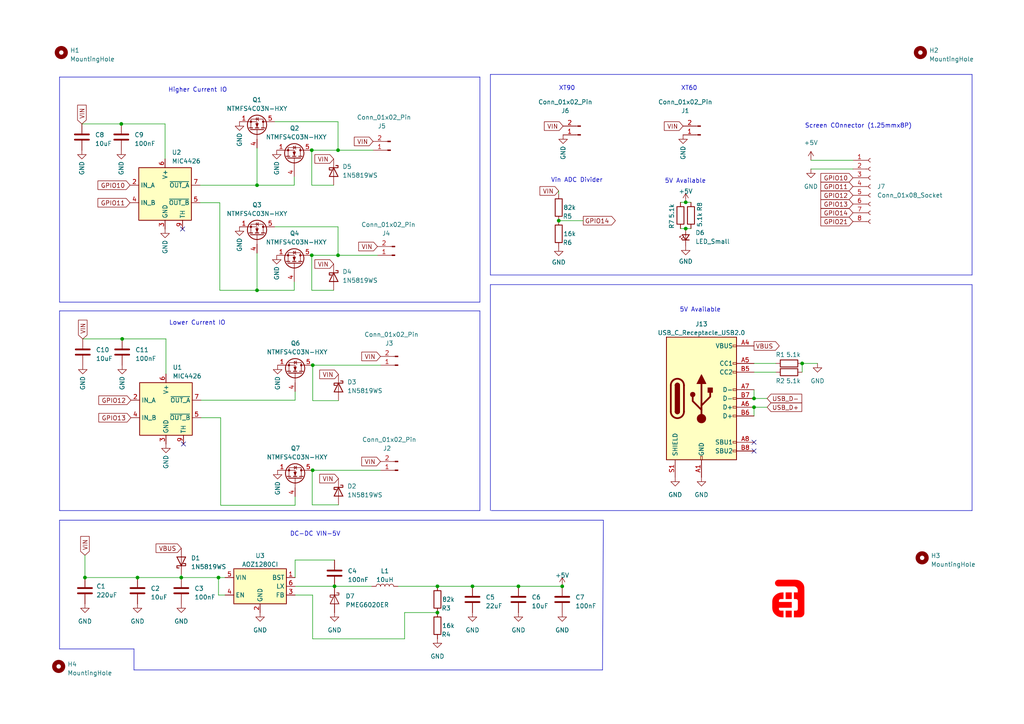
<source format=kicad_sch>
(kicad_sch (version 20230121) (generator eeschema)
  (paper "A4")
  (title_block (title "Rear-IO:Basic") (date "2023-08-19") (rev "0") (company "Ace's Electronics"))
  (lib_symbols
    (symbol "Connector:Conn_01x02_Pin" (pin_names (offset 1.016) hide)
      (property "Reference" "J" (at 0 2.54 0))
      (property "Value" "Conn_01x02_Pin" (at 0 -5.08 0))
      (symbol "Conn_01x02_Pin_1_1"
        (polyline (pts (xy 1.27 -2.54) (xy 0.8636 -2.54)) (stroke (width 0.1524)))
        (polyline (pts (xy 1.27 0) (xy 0.8636 0)) (stroke (width 0.1524)))
        (rectangle (start 0.8636 -2.413) (end 0 -2.667) (stroke (width 0.1524)) (fill (type outline)))
        (rectangle (start 0.8636 0.127) (end 0 -0.127) (stroke (width 0.1524)) (fill (type outline)))
        (pin passive line (at 5.08 0 180) (length 3.81) (name "Pin_1") (number "1"))
        (pin passive line (at 5.08 -2.54 180) (length 3.81) (name "Pin_2") (number "2"))
      )
    )
    (symbol "Connector:Conn_01x08_Socket" (pin_names (offset 1.016) hide)
      (property "Reference" "J" (at 0 10.16 0))
      (property "Value" "Conn_01x08_Socket" (at 0 -12.7 0))
      (symbol "Conn_01x08_Socket_1_1"
        (arc (start 0 -9.652) (mid -0.5058 -10.16) (end 0 -10.668) (stroke (width 0.1524)))
        (arc (start 0 -7.112) (mid -0.5058 -7.62) (end 0 -8.128) (stroke (width 0.1524)))
        (arc (start 0 -4.572) (mid -0.5058 -5.08) (end 0 -5.588) (stroke (width 0.1524)))
        (arc (start 0 -2.032) (mid -0.5058 -2.54) (end 0 -3.048) (stroke (width 0.1524)))
        (polyline (pts (xy -1.27 -10.16) (xy -0.508 -10.16)) (stroke (width 0.1524)))
        (polyline (pts (xy -1.27 -7.62) (xy -0.508 -7.62)) (stroke (width 0.1524)))
        (polyline (pts (xy -1.27 -5.08) (xy -0.508 -5.08)) (stroke (width 0.1524)))
        (polyline (pts (xy -1.27 -2.54) (xy -0.508 -2.54)) (stroke (width 0.1524)))
        (polyline (pts (xy -1.27 0) (xy -0.508 0)) (stroke (width 0.1524)))
        (polyline (pts (xy -1.27 2.54) (xy -0.508 2.54)) (stroke (width 0.1524)))
        (polyline (pts (xy -1.27 5.08) (xy -0.508 5.08)) (stroke (width 0.1524)))
        (polyline (pts (xy -1.27 7.62) (xy -0.508 7.62)) (stroke (width 0.1524)))
        (arc (start 0 0.508) (mid -0.5058 0) (end 0 -0.508) (stroke (width 0.1524)))
        (arc (start 0 3.048) (mid -0.5058 2.54) (end 0 2.032) (stroke (width 0.1524)))
        (arc (start 0 5.588) (mid -0.5058 5.08) (end 0 4.572) (stroke (width 0.1524)))
        (arc (start 0 8.128) (mid -0.5058 7.62) (end 0 7.112) (stroke (width 0.1524)))
        (pin passive line (at -5.08 7.62 0) (length 3.81) (name "Pin_1") (number "1"))
        (pin passive line (at -5.08 5.08 0) (length 3.81) (name "Pin_2") (number "2"))
        (pin passive line (at -5.08 2.54 0) (length 3.81) (name "Pin_3") (number "3"))
        (pin passive line (at -5.08 0 0) (length 3.81) (name "Pin_4") (number "4"))
        (pin passive line (at -5.08 -2.54 0) (length 3.81) (name "Pin_5") (number "5"))
        (pin passive line (at -5.08 -5.08 0) (length 3.81) (name "Pin_6") (number "6"))
        (pin passive line (at -5.08 -7.62 0) (length 3.81) (name "Pin_7") (number "7"))
        (pin passive line (at -5.08 -10.16 0) (length 3.81) (name "Pin_8") (number "8"))
      )
    )
    (symbol "Connector:USB_C_Receptacle_USB2.0" (pin_names (offset 1.016))
      (property "Reference" "J" (at -10.16 19.05 0))
      (property "Value" "USB_C_Receptacle_USB2.0" (at 19.05 19.05 0))
      (symbol "USB_C_Receptacle_USB2.0_0_0"
        (rectangle (start -0.254 -17.78) (end 0.254 -16.764))
        (rectangle (start 10.16 -14.986) (end 9.144 -15.494))
        (rectangle (start 10.16 -12.446) (end 9.144 -12.954))
        (rectangle (start 10.16 -4.826) (end 9.144 -5.334))
        (rectangle (start 10.16 -2.286) (end 9.144 -2.794))
        (rectangle (start 10.16 0.254) (end 9.144 -0.254))
        (rectangle (start 10.16 2.794) (end 9.144 2.286))
        (rectangle (start 10.16 7.874) (end 9.144 7.366))
        (rectangle (start 10.16 10.414) (end 9.144 9.906))
        (rectangle (start 10.16 15.494) (end 9.144 14.986))
      )
      (symbol "USB_C_Receptacle_USB2.0_0_1"
        (rectangle (start -10.16 17.78) (end 10.16 -17.78) (stroke (width 0.254)) (fill (type background)))
        (arc (start -8.89 -3.81) (mid -6.985 -5.7067) (end -5.08 -3.81) (stroke (width 0.508)))
        (arc (start -7.62 -3.81) (mid -6.985 -4.4423) (end -6.35 -3.81) (stroke (width 0.254)))
        (arc (start -7.62 -3.81) (mid -6.985 -4.4423) (end -6.35 -3.81) (stroke (width 0.254)) (fill (type outline)))
        (rectangle (start -7.62 -3.81) (end -6.35 3.81) (stroke (width 0.254)) (fill (type outline)))
        (arc (start -6.35 3.81) (mid -6.985 4.4423) (end -7.62 3.81) (stroke (width 0.254)))
        (arc (start -6.35 3.81) (mid -6.985 4.4423) (end -7.62 3.81) (stroke (width 0.254)) (fill (type outline)))
        (arc (start -5.08 3.81) (mid -6.985 5.7067) (end -8.89 3.81) (stroke (width 0.508)))
        (circle (center -2.54 1.143) (radius 0.635) (stroke (width 0.254)) (fill (type outline)))
        (circle (center 0 -5.842) (radius 1.27) (fill (type outline)))
        (polyline (pts (xy -8.89 -3.81) (xy -8.89 3.81)) (stroke (width 0.508)))
        (polyline (pts (xy -5.08 3.81) (xy -5.08 -3.81)) (stroke (width 0.508)))
        (polyline (pts (xy 0 -5.842) (xy 0 4.318)) (stroke (width 0.508)))
        (polyline (pts (xy 0 -3.302) (xy -2.54 -0.762) (xy -2.54 0.508)) (stroke (width 0.508)))
        (polyline (pts (xy 0 -2.032) (xy 2.54 0.508) (xy 2.54 1.778)) (stroke (width 0.508)))
        (polyline (pts (xy -1.27 4.318) (xy 0 6.858) (xy 1.27 4.318) (xy -1.27 4.318)) (stroke (width 0.254)) (fill (type outline)))
        (rectangle (start 1.905 1.778) (end 3.175 3.048) (stroke (width 0.254)) (fill (type outline)))
      )
      (symbol "USB_C_Receptacle_USB2.0_1_1"
        (pin passive line (at 0 -22.86 90) (length 5.08) (name "GND") (number "A1"))
        (pin passive line (at 0 -22.86 90) (length 5.08) hide (name "GND") (number "A12"))
        (pin passive line (at 15.24 15.24 180) (length 5.08) (name "VBUS") (number "A4"))
        (pin bidirectional line (at 15.24 10.16 180) (length 5.08) (name "CC1") (number "A5"))
        (pin bidirectional line (at 15.24 -2.54 180) (length 5.08) (name "D+") (number "A6"))
        (pin bidirectional line (at 15.24 2.54 180) (length 5.08) (name "D-") (number "A7"))
        (pin bidirectional line (at 15.24 -12.7 180) (length 5.08) (name "SBU1") (number "A8"))
        (pin passive line (at 15.24 15.24 180) (length 5.08) hide (name "VBUS") (number "A9"))
        (pin passive line (at 0 -22.86 90) (length 5.08) hide (name "GND") (number "B1"))
        (pin passive line (at 0 -22.86 90) (length 5.08) hide (name "GND") (number "B12"))
        (pin passive line (at 15.24 15.24 180) (length 5.08) hide (name "VBUS") (number "B4"))
        (pin bidirectional line (at 15.24 7.62 180) (length 5.08) (name "CC2") (number "B5"))
        (pin bidirectional line (at 15.24 -5.08 180) (length 5.08) (name "D+") (number "B6"))
        (pin bidirectional line (at 15.24 0 180) (length 5.08) (name "D-") (number "B7"))
        (pin bidirectional line (at 15.24 -15.24 180) (length 5.08) (name "SBU2") (number "B8"))
        (pin passive line (at 15.24 15.24 180) (length 5.08) hide (name "VBUS") (number "B9"))
        (pin passive line (at -7.62 -22.86 90) (length 5.08) (name "SHIELD") (number "S1"))
      )
    )
    (symbol "Device:C" (pin_numbers hide) (pin_names (offset 0.254))
      (property "Reference" "C" (at 0.635 2.54 0))
      (property "Value" "C" (at 0.635 -2.54 0))
      (symbol "C_0_1"
        (polyline (pts (xy -2.032 -0.762) (xy 2.032 -0.762)) (stroke (width 0.508)))
        (polyline (pts (xy -2.032 0.762) (xy 2.032 0.762)) (stroke (width 0.508)))
      )
      (symbol "C_1_1"
        (pin passive line (at 0 3.81 270) (length 2.794) (name "~") (number "1"))
        (pin passive line (at 0 -3.81 90) (length 2.794) (name "~") (number "2"))
      )
    )
    (symbol "Device:L" (pin_numbers hide) (pin_names (offset 1.016) hide)
      (property "Reference" "L" (at -1.27 0 90))
      (property "Value" "L" (at 1.905 0 90))
      (symbol "L_0_1"
        (arc (start 0 -2.54) (mid 0.6323 -1.905) (end 0 -1.27))
        (arc (start 0 -1.27) (mid 0.6323 -0.635) (end 0 0))
        (arc (start 0 0) (mid 0.6323 0.635) (end 0 1.27))
        (arc (start 0 1.27) (mid 0.6323 1.905) (end 0 2.54))
      )
      (symbol "L_1_1"
        (pin passive line (at 0 3.81 270) (length 1.27) (name "1") (number "1"))
        (pin passive line (at 0 -3.81 90) (length 1.27) (name "2") (number "2"))
      )
    )
    (symbol "Device:LED_Small" (pin_numbers hide) (pin_names (offset 0.254) hide)
      (property "Reference" "D" (at -1.27 3.175 0))
      (property "Value" "LED_Small" (at -4.445 -2.54 0))
      (symbol "LED_Small_0_1"
        (polyline (pts (xy -0.762 -1.016) (xy -0.762 1.016)) (stroke (width 0.254)))
        (polyline (pts (xy 1.016 0) (xy -0.762 0)))
        (polyline (pts (xy 0.762 -1.016) (xy -0.762 0) (xy 0.762 1.016) (xy 0.762 -1.016)) (stroke (width 0.254)))
        (polyline (pts (xy 0 0.762) (xy -0.508 1.27) (xy -0.254 1.27) (xy -0.508 1.27) (xy -0.508 1.016)))
        (polyline (pts (xy 0.508 1.27) (xy 0 1.778) (xy 0.254 1.778) (xy 0 1.778) (xy 0 1.524)))
      )
      (symbol "LED_Small_1_1"
        (pin passive line (at -2.54 0 0) (length 1.778) (name "K") (number "1"))
        (pin passive line (at 2.54 0 180) (length 1.778) (name "A") (number "2"))
      )
    )
    (symbol "Device:R" (pin_numbers hide) (pin_names (offset 0))
      (property "Reference" "R" (at 2.032 0 90))
      (property "Value" "R" (at 0 0 90))
      (symbol "R_0_1"
        (rectangle (start -1.016 -2.54) (end 1.016 2.54) (stroke (width 0.254)))
      )
      (symbol "R_1_1"
        (pin passive line (at 0 3.81 270) (length 1.27) (name "~") (number "1"))
        (pin passive line (at 0 -3.81 90) (length 1.27) (name "~") (number "2"))
      )
    )
    (symbol "Diode:1N5819WS" (pin_numbers hide) (pin_names (offset 1.016) hide)
      (property "Reference" "D" (at 0 2.54 0))
      (property "Value" "1N5819WS" (at 0 -2.54 0))
      (symbol "1N5819WS_0_1"
        (polyline (pts (xy 1.27 0) (xy -1.27 0)))
        (polyline (pts (xy 1.27 1.27) (xy 1.27 -1.27) (xy -1.27 0) (xy 1.27 1.27)) (stroke (width 0.254)))
        (polyline (pts (xy -1.905 0.635) (xy -1.905 1.27) (xy -1.27 1.27) (xy -1.27 -1.27) (xy -0.635 -1.27) (xy -0.635 -0.635)) (stroke (width 0.254)))
      )
      (symbol "1N5819WS_1_1"
        (pin passive line (at -3.81 0 0) (length 2.54) (name "K") (number "1"))
        (pin passive line (at 3.81 0 180) (length 2.54) (name "A") (number "2"))
      )
    )
    (symbol "Diode:PMEG6020ER" (pin_numbers hide) (pin_names hide)
      (property "Reference" "D" (at 0 2.54 0))
      (property "Value" "PMEG6020ER" (at 0 -2.54 0))
      (symbol "PMEG6020ER_0_1"
        (polyline (pts (xy 1.27 0) (xy -1.27 0)))
        (polyline (pts (xy 1.27 1.27) (xy 1.27 -1.27) (xy -1.27 0) (xy 1.27 1.27)) (stroke (width 0.2032)))
        (polyline (pts (xy -1.905 0.635) (xy -1.905 1.27) (xy -1.27 1.27) (xy -1.27 -1.27) (xy -0.635 -1.27) (xy -0.635 -0.635)) (stroke (width 0.2032)))
      )
      (symbol "PMEG6020ER_1_1"
        (pin passive line (at -3.81 0 0) (length 2.54) (name "K") (number "1"))
        (pin passive line (at 3.81 0 180) (length 2.54) (name "A") (number "2"))
      )
    )
    (symbol "Driver_FET:MIC4426"
      (property "Reference" "U" (at -7.62 8.89 0))
      (property "Value" "MIC4426" (at 1.27 8.89 0))
      (symbol "MIC4426_0_1"
        (rectangle (start -7.62 -7.62) (end 7.62 7.62) (stroke (width 0.254)) (fill (type background)))
      )
      (symbol "MIC4426_1_0"
        (pin output line (at 5.08 -10.16 90) (length 2.54) (name "TH") (number "9"))
      )
      (symbol "MIC4426_1_1"
        (pin no_connect line (at -7.62 0 0) (length 2.54) hide (name "NC") (number "1"))
        (pin input line (at -10.16 2.54 0) (length 2.54) (name "IN_A") (number "2"))
        (pin power_in line (at 0 -10.16 90) (length 2.54) (name "GND") (number "3"))
        (pin input line (at -10.16 -2.54 0) (length 2.54) (name "IN_B") (number "4"))
        (pin output line (at 10.16 -2.54 180) (length 2.54) (name "~{OUT_B}") (number "5"))
        (pin power_in line (at 0 10.16 270) (length 2.54) (name "V+") (number "6"))
        (pin output line (at 10.16 2.54 180) (length 2.54) (name "~{OUT_A}") (number "7"))
        (pin no_connect line (at 7.62 0 180) (length 2.54) hide (name "NC") (number "8"))
      )
    )
    (symbol "MIC4426_1"
      (property "Reference" "U" (at -7.62 8.89 0))
      (property "Value" "MIC4426" (at 1.27 8.89 0))
      (symbol "MIC4426_1_0_1"
        (rectangle (start -7.62 -7.62) (end 7.62 7.62) (stroke (width 0.254)) (fill (type background)))
      )
      (symbol "MIC4426_1_1_0"
        (pin output line (at 5.08 -10.16 90) (length 2.54) (name "TH") (number "9"))
      )
      (symbol "MIC4426_1_1_1"
        (pin no_connect line (at -7.62 0 0) (length 2.54) hide (name "NC") (number "1"))
        (pin input line (at -10.16 2.54 0) (length 2.54) (name "IN_A") (number "2"))
        (pin power_in line (at 0 -10.16 90) (length 2.54) (name "GND") (number "3"))
        (pin input line (at -10.16 -2.54 0) (length 2.54) (name "IN_B") (number "4"))
        (pin output line (at 10.16 -2.54 180) (length 2.54) (name "~{OUT_B}") (number "5"))
        (pin power_in line (at 0 10.16 270) (length 2.54) (name "V+") (number "6"))
        (pin output line (at 10.16 2.54 180) (length 2.54) (name "~{OUT_A}") (number "7"))
        (pin no_connect line (at 7.62 0 180) (length 2.54) hide (name "NC") (number "8"))
      )
    )
    (symbol "Mechanical:MountingHole" (pin_names (offset 1.016))
      (property "Reference" "H" (at 0 5.08 0))
      (property "Value" "MountingHole" (at 0 3.175 0))
      (symbol "MountingHole_0_1"
        (circle (center 0 0) (radius 1.27) (stroke (width 1.27)))
      )
    )
    (symbol "Regulator_Switching:AOZ1280CI"
      (property "Reference" "U" (at -6.35 -6.35 0))
      (property "Value" "AOZ1280CI" (at -2.54 6.35 0))
      (symbol "AOZ1280CI_0_1"
        (rectangle (start -7.62 5.08) (end 7.62 -5.08) (stroke (width 0.254)) (fill (type background)))
      )
      (symbol "AOZ1280CI_1_1"
        (pin input line (at 10.16 2.54 180) (length 2.54) (name "BST") (number "1"))
        (pin power_in line (at 0 -7.62 90) (length 2.54) (name "GND") (number "2"))
        (pin input line (at 10.16 -2.54 180) (length 2.54) (name "FB") (number "3"))
        (pin input line (at -10.16 -2.54 0) (length 2.54) (name "EN") (number "4"))
        (pin power_in line (at -10.16 2.54 0) (length 2.54) (name "VIN") (number "5"))
        (pin power_out line (at 10.16 0 180) (length 2.54) (name "LX") (number "6"))
      )
    )
    (symbol "Transistor_FET:PSMN5R2-60YL" (pin_names hide)
      (property "Reference" "Q" (at 6.35 2.54 0))
      (property "Value" "PSMN5R2-60YL" (at 12.7 0 0))
      (symbol "PSMN5R2-60YL_0_1"
        (polyline (pts (xy 0.254 0) (xy -2.54 0)))
        (polyline (pts (xy 0.254 1.905) (xy 0.254 -1.905)) (stroke (width 0.254)))
        (polyline (pts (xy 0.762 -1.27) (xy 0.762 -2.286)) (stroke (width 0.254)))
        (polyline (pts (xy 0.762 0.508) (xy 0.762 -0.508)) (stroke (width 0.254)))
        (polyline (pts (xy 0.762 2.286) (xy 0.762 1.27)) (stroke (width 0.254)))
        (polyline (pts (xy 2.54 2.54) (xy 2.54 1.778)))
        (polyline (pts (xy 2.54 -2.54) (xy 2.54 0) (xy 0.762 0)))
        (polyline (pts (xy 0.762 -1.778) (xy 3.302 -1.778) (xy 3.302 1.778) (xy 0.762 1.778)))
        (polyline (pts (xy 1.016 0) (xy 2.032 0.381) (xy 2.032 -0.381) (xy 1.016 0)) (fill (type outline)))
        (polyline (pts (xy 2.794 0.508) (xy 2.921 0.381) (xy 3.683 0.381) (xy 3.81 0.254)))
        (polyline (pts (xy 3.302 0.381) (xy 2.921 -0.254) (xy 3.683 -0.254) (xy 3.302 0.381)))
        (circle (center 1.651 0) (radius 2.794) (stroke (width 0.254)))
        (circle (center 2.54 -1.778) (radius 0.254) (fill (type outline)))
        (circle (center 2.54 1.778) (radius 0.254) (fill (type outline)))
      )
      (symbol "PSMN5R2-60YL_1_1"
        (pin passive line (at 2.54 -5.08 90) (length 2.54) (name "S") (number "1"))
        (pin passive line (at 2.54 -5.08 90) (length 2.54) hide (name "S") (number "2"))
        (pin passive line (at 2.54 -5.08 90) (length 2.54) hide (name "S") (number "3"))
        (pin passive line (at -5.08 0 0) (length 2.54) (name "G") (number "4"))
        (pin passive line (at 2.54 5.08 270) (length 2.54) (name "D") (number "5"))
      )
    )
    (symbol "power:+5V" (power) (pin_names (offset 0))
      (property "Value" "+5V" (at 0 3.556 0))
      (symbol "+5V_0_1"
        (polyline (pts (xy -0.762 1.27) (xy 0 2.54)))
        (polyline (pts (xy 0 0) (xy 0 2.54)))
        (polyline (pts (xy 0 2.54) (xy 0.762 1.27)))
      )
      (symbol "+5V_1_1"
        (pin power_in line (at 0 0 90) (length 0) hide (name "+5V") (number "1"))
      )
    )
    (symbol "power:GND" (power) (pin_names (offset 0))
      (property "Value" "GND" (at 0 -3.81 0))
      (symbol "GND_0_1"
        (polyline (pts (xy 0 0) (xy 0 -1.27) (xy 1.27 -1.27) (xy 0 -2.54) (xy -1.27 -1.27) (xy 0 -1.27)))
      )
      (symbol "GND_1_1"
        (pin power_in line (at 0 0 270) (length 0) hide (name "GND") (number "1"))
      )
    )
  )
  (junction (at 39.878 167.513))
  (junction (at 98.044 74.041))
  (junction (at 137.033 170.053))
  (junction (at 24.638 167.513))
  (junction (at 150.368 170.053))
  (junction (at 74.549 53.721))
  (junction (at 52.578 167.513))
  (junction (at 90.7074 105.918))
  (junction (at 126.873 170.053))
  (junction (at 98.044 43.561))
  (junction (at 90.424 74.041))
  (junction (at 74.549 84.201))
  (junction (at 126.873 177.673))
  (junction (at 35.433 98.298))
  (junction (at 63.373 167.513))
  (junction (at 218.694 118.11))
  (junction (at 218.694 115.57))
  (junction (at 90.424 43.561))
  (junction (at 162.052 64.008))
  (junction (at 198.882 66.294))
  (junction (at 198.882 58.674))
  (junction (at 232.664 105.41))
  (junction (at 35.179 35.941))
  (junction (at 163.068 170.053))
  (junction (at 97.028 170.053))
  (junction (at 90.678 136.398))
  (no_connect (at 52.959 66.421))
  (no_connect (at 218.694 128.27))
  (no_connect (at 53.213 128.778))
  (no_connect (at 218.694 130.81))
  (wire (pts (xy 64.008 146.558) (xy 85.598 146.558)))
  (polyline (pts (xy 17.272 150.876) (xy 17.272 188.214)))
  (wire (pts (xy 97.028 170.053) (xy 107.823 170.053)))
  (wire (pts (xy 85.598 116.078) (xy 85.598 113.538)))
  (polyline (pts (xy 281.94 21.59) (xy 281.94 79.756)))
  (wire (pts (xy 162.052 64.008) (xy 169.164 64.008)))
  (wire (pts (xy 98.044 35.306) (xy 98.044 43.561)))
  (wire (pts (xy 98.044 43.561) (xy 108.204 43.561)))
  (wire (pts (xy 52.578 167.513) (xy 63.373 167.513)))
  (wire (pts (xy 98.044 74.041) (xy 109.474 74.041)))
  (wire (pts (xy 90.7074 116.205) (xy 90.7074 105.918)))
  (wire (pts (xy 90.678 136.398) (xy 110.363 136.398)))
  (wire (pts (xy 39.878 167.513) (xy 52.578 167.513)))
  (polyline (pts (xy 139.192 22.352) (xy 139.192 87.63)))
  (wire (pts (xy 85.598 170.053) (xy 97.028 170.053)))
  (wire (pts (xy 197.358 66.294) (xy 198.882 66.294)))
  (polyline (pts (xy 17.272 188.214) (xy 38.862 188.214)))
  (wire (pts (xy 90.551 146.431) (xy 90.551 136.398)))
  (wire (pts (xy 24.003 98.298) (xy 35.433 98.298)))
  (wire (pts (xy 24.638 167.513) (xy 39.878 167.513)))
  (polyline (pts (xy 142.24 21.59) (xy 281.94 21.59)))
  (wire (pts (xy 90.424 53.721) (xy 90.424 43.561)))
  (wire (pts (xy 218.694 115.57) (xy 222.504 115.57)))
  (wire (pts (xy 96.774 53.721) (xy 90.424 53.721)))
  (wire (pts (xy 90.424 74.041) (xy 98.044 74.041)))
  (wire (pts (xy 23.749 35.941) (xy 35.179 35.941)))
  (wire (pts (xy 198.882 58.674) (xy 200.406 58.674)))
  (wire (pts (xy 98.171 146.431) (xy 90.551 146.431)))
  (wire (pts (xy 198.882 66.294) (xy 200.406 66.294)))
  (polyline (pts (xy 139.192 87.63) (xy 17.272 87.63)))
  (wire (pts (xy 52.578 166.624) (xy 52.578 167.513)))
  (wire (pts (xy 74.549 73.406) (xy 74.549 84.201)))
  (wire (pts (xy 98.171 116.205) (xy 90.7074 116.205)))
  (polyline (pts (xy 142.24 79.756) (xy 142.24 21.59)))
  (wire (pts (xy 58.039 53.721) (xy 74.549 53.721)))
  (wire (pts (xy 232.664 105.41) (xy 237.109 105.41)))
  (wire (pts (xy 235.204 49.022) (xy 247.396 49.022)))
  (wire (pts (xy 85.344 53.721) (xy 85.344 51.181)))
  (wire (pts (xy 115.443 170.053) (xy 126.873 170.053)))
  (wire (pts (xy 197.358 58.674) (xy 198.882 58.674)))
  (polyline (pts (xy 17.272 150.876) (xy 175.006 150.876)))
  (wire (pts (xy 218.694 118.11) (xy 222.504 118.11)))
  (wire (pts (xy 48.133 108.458) (xy 48.133 98.298)))
  (polyline (pts (xy 17.272 90.17) (xy 17.272 148.082)))
  (polyline (pts (xy 17.272 90.17) (xy 139.192 90.17)))
  (wire (pts (xy 218.694 105.41) (xy 225.044 105.41)))
  (wire (pts (xy 90.678 185.293) (xy 117.348 185.293)))
  (wire (pts (xy 24.638 161.036) (xy 24.638 167.513)))
  (wire (pts (xy 47.879 35.941) (xy 35.179 35.941)))
  (polyline (pts (xy 142.24 82.55) (xy 142.24 148.082)))
  (wire (pts (xy 63.754 84.201) (xy 74.549 84.201)))
  (wire (pts (xy 64.008 121.158) (xy 64.008 146.558)))
  (wire (pts (xy 117.348 177.673) (xy 126.873 177.673)))
  (wire (pts (xy 63.373 167.513) (xy 65.278 167.513)))
  (wire (pts (xy 96.774 84.201) (xy 90.424 84.201)))
  (polyline (pts (xy 17.272 22.352) (xy 139.192 22.352)))
  (wire (pts (xy 47.879 46.101) (xy 47.879 35.941)))
  (wire (pts (xy 79.629 65.786) (xy 98.044 65.786)))
  (wire (pts (xy 90.7074 105.918) (xy 110.363 105.918)))
  (wire (pts (xy 218.694 107.95) (xy 225.044 107.95)))
  (polyline (pts (xy 174.752 194.31) (xy 175.006 150.876)))
  (wire (pts (xy 98.044 65.786) (xy 98.044 74.041)))
  (wire (pts (xy 74.549 53.721) (xy 85.344 53.721)))
  (wire (pts (xy 58.293 116.078) (xy 85.598 116.078)))
  (polyline (pts (xy 142.24 79.756) (xy 281.94 79.756)))
  (wire (pts (xy 85.598 167.513) (xy 85.598 162.433)))
  (wire (pts (xy 74.549 84.201) (xy 85.344 84.201)))
  (wire (pts (xy 218.694 118.11) (xy 218.694 120.65)))
  (polyline (pts (xy 139.192 148.082) (xy 139.192 90.17)))
  (wire (pts (xy 235.204 46.482) (xy 247.396 46.482)))
  (wire (pts (xy 150.368 170.053) (xy 163.068 170.053)))
  (polyline (pts (xy 38.862 188.214) (xy 38.862 194.31)))
  (polyline (pts (xy 17.272 22.352) (xy 17.272 87.63)))
  (wire (pts (xy 90.424 84.201) (xy 90.424 74.041)))
  (polyline (pts (xy 281.94 82.55) (xy 142.24 82.55)))
  (wire (pts (xy 218.694 113.03) (xy 218.694 115.57)))
  (polyline (pts (xy 142.494 148.082) (xy 281.94 148.082)))
  (wire (pts (xy 137.033 170.053) (xy 150.368 170.053)))
  (wire (pts (xy 85.344 84.201) (xy 85.344 81.661)))
  (wire (pts (xy 74.549 42.926) (xy 74.549 53.721)))
  (wire (pts (xy 85.598 162.433) (xy 97.028 162.433)))
  (polyline (pts (xy 17.272 148.082) (xy 139.192 148.082)))
  (polyline (pts (xy 38.862 194.31) (xy 174.752 194.31)))
  (wire (pts (xy 58.039 58.801) (xy 63.754 58.801)))
  (wire (pts (xy 79.629 35.306) (xy 98.044 35.306)))
  (wire (pts (xy 85.598 146.558) (xy 85.598 144.018)))
  (wire (pts (xy 90.424 43.561) (xy 98.044 43.561)))
  (polyline (pts (xy 281.94 148.082) (xy 281.94 82.55)))
  (wire (pts (xy 232.664 105.41) (xy 232.664 107.95)))
  (wire (pts (xy 65.278 172.593) (xy 63.373 172.593)))
  (wire (pts (xy 126.873 170.053) (xy 137.033 170.053)))
  (wire (pts (xy 58.293 121.158) (xy 64.008 121.158)))
  (wire (pts (xy 48.133 98.298) (xy 35.433 98.298)))
  (wire (pts (xy 90.678 172.593) (xy 90.678 185.293)))
  (wire (pts (xy 63.373 167.513) (xy 63.373 172.593)))
  (wire (pts (xy 63.754 58.801) (xy 63.754 84.201)))
  (wire (pts (xy 90.551 136.398) (xy 90.678 136.398)))
  (wire (pts (xy 85.598 172.593) (xy 90.678 172.593)))
  (wire (pts (xy 162.052 55.372) (xy 162.052 56.388)))
  (wire (pts (xy 90.678 105.918) (xy 90.7074 105.918)))
  (wire (pts (xy 117.348 185.293) (xy 117.348 177.673)))
  (image (at 228.6 173.736) (scale 0.424068))
  (text "Higher Current IO\n" (at 48.768 26.924 0) (effects (font (size 1.27 1.27)) (justify left bottom)))
  (text "Lower Current IO\n" (at 49.022 94.488 0) (effects (font (size 1.27 1.27)) (justify left bottom)))
  (text "DC-DC VIN-5V" (at 84.074 155.702 0) (effects (font (size 1.27 1.27)) (justify left bottom)))
  (text "XT90" (at 162.052 26.416 0) (effects (font (size 1.27 1.27)) (justify left bottom)))
  (text "Screen COnnector (1.25mmx8P)" (at 233.426 37.338 0) (effects (font (size 1.27 1.27)) (justify left bottom)))
  (text "5V Available" (at 197.104 90.678 0) (effects (font (size 1.27 1.27)) (justify left bottom)))
  (text "Vin ADC Divider" (at 159.766 53.086 0) (effects (font (size 1.27 1.27)) (justify left bottom)))
  (text "5V Available" (at 192.786 53.34 0) (effects (font (size 1.27 1.27)) (justify left bottom)))
  (text "XT60" (at 197.485 26.416 0) (effects (font (size 1.27 1.27)) (justify left bottom)))
  (global_label "VIN" (shape input) (at 98.171 138.811 180) (property "Intersheetrefs" "${INTERSHEET_REFS}" (effects hide)))
  (global_label "VIN" (shape input) (at 96.774 76.581 180) (property "Intersheetrefs" "${INTERSHEET_REFS}" (effects hide)))
  (global_label "GPIO12" (shape input) (at 247.396 56.642 180) (property "Intersheetrefs" "${INTERSHEET_REFS}" (effects hide)))
  (global_label "VIN" (shape input) (at 110.363 133.858 180) (property "Intersheetrefs" "${INTERSHEET_REFS}" (effects hide)))
  (global_label "VIN" (shape input) (at 109.474 71.501 180) (property "Intersheetrefs" "${INTERSHEET_REFS}" (effects hide)))
  (global_label "VIN" (shape input) (at 23.749 35.941 90) (property "Intersheetrefs" "${INTERSHEET_REFS}" (effects hide)))
  (global_label "USB_D+" (shape input) (at 222.504 118.11 0) (property "Intersheetrefs" "${INTERSHEET_REFS}" (effects hide)))
  (global_label "VIN" (shape input) (at 198.12 36.576 180) (property "Intersheetrefs" "${INTERSHEET_REFS}" (effects hide)))
  (global_label "GPIO11" (shape input) (at 37.719 58.801 180) (property "Intersheetrefs" "${INTERSHEET_REFS}" (effects hide)))
  (global_label "VIN" (shape input) (at 24.638 161.036 90) (property "Intersheetrefs" "${INTERSHEET_REFS}" (effects hide)))
  (global_label "VBUS" (shape output) (at 218.694 100.33 0) (property "Intersheetrefs" "${INTERSHEET_REFS}" (effects hide)))
  (global_label "VIN" (shape input) (at 162.052 55.372 180) (property "Intersheetrefs" "${INTERSHEET_REFS}" (effects hide)))
  (global_label "GPIO13" (shape input) (at 247.396 59.182 180) (property "Intersheetrefs" "${INTERSHEET_REFS}" (effects hide)))
  (global_label "GPIO21" (shape input) (at 247.396 64.262 180) (property "Intersheetrefs" "${INTERSHEET_REFS}" (effects hide)))
  (global_label "GPIO14" (shape output) (at 169.164 64.008 0) (property "Intersheetrefs" "${INTERSHEET_REFS}" (effects hide)))
  (global_label "USB_D-" (shape input) (at 222.504 115.57 0) (property "Intersheetrefs" "${INTERSHEET_REFS}" (effects hide)))
  (global_label "VIN" (shape input) (at 24.003 98.298 90) (property "Intersheetrefs" "${INTERSHEET_REFS}" (effects hide)))
  (global_label "GPIO11" (shape input) (at 247.396 54.102 180) (property "Intersheetrefs" "${INTERSHEET_REFS}" (effects hide)))
  (global_label "VIN" (shape input) (at 110.363 103.378 180) (property "Intersheetrefs" "${INTERSHEET_REFS}" (effects hide)))
  (global_label "GPIO10" (shape input) (at 37.719 53.721 180) (property "Intersheetrefs" "${INTERSHEET_REFS}" (effects hide)))
  (global_label "VIN" (shape input) (at 163.322 36.576 180) (property "Intersheetrefs" "${INTERSHEET_REFS}" (effects hide)))
  (global_label "GPIO13" (shape input) (at 37.973 121.158 180) (property "Intersheetrefs" "${INTERSHEET_REFS}" (effects hide)))
  (global_label "GPIO12" (shape input) (at 37.973 116.078 180) (property "Intersheetrefs" "${INTERSHEET_REFS}" (effects hide)))
  (global_label "GPIO10" (shape input) (at 247.396 51.562 180) (property "Intersheetrefs" "${INTERSHEET_REFS}" (effects hide)))
  (global_label "GPIO14" (shape input) (at 247.396 61.722 180) (property "Intersheetrefs" "${INTERSHEET_REFS}" (effects hide)))
  (global_label "VIN" (shape input) (at 96.774 46.101 180) (property "Intersheetrefs" "${INTERSHEET_REFS}" (effects hide)))
  (global_label "VIN" (shape input) (at 108.204 41.021 180) (property "Intersheetrefs" "${INTERSHEET_REFS}" (effects hide)))
  (global_label "VBUS" (shape input) (at 52.578 159.004 180) (property "Intersheetrefs" "${INTERSHEET_REFS}" (effects hide)))
  (global_label "VIN" (shape input) (at 98.171 108.585 180) (property "Intersheetrefs" "${INTERSHEET_REFS}" (effects hide)))
  (symbol (lib_id "power:GND") (at 162.052 71.628 0) (unit 1)
    (property "Reference" "#PWR03" (effects hide))
    (property "Value" "GND" (at 162.052 76.073 0))
  )
  (symbol (lib_id "Device:R") (at 228.854 105.41 90) (unit 1)
    (property "Reference" "R1" (at 226.314 102.87 90))
    (property "Value" "5.1k" (at 230.124 102.87 90))
    (property "Footprint" "Resistor_SMD:R_0603_1608Metric" (effects hide))
    (property "lcsc" "C23186" (effects hide))
  )
  (symbol (lib_id "Transistor_FET:PSMN5R2-60YL") (at 85.344 46.101 270) (mirror x) (unit 1)
    (property "Reference" "Q2" (at 84.074 37.211 90) (effects (justify left)))
    (property "Value" "NTMFS4C03N-HXY" (at 77.089 39.751 90) (effects (justify left)))
    (property "Footprint" "Package_TO_SOT_SMD:LFPAK56" (effects hide))
    (property "Datasheet" "https://assets.nexperia.com/documents/data-sheet/PSMN5R2-60YL.pdf" (effects hide))
    (property "lcsc" "C5148663" (effects hide))
  )
  (symbol (lib_id "power:GND") (at 52.578 175.133 0) (unit 1)
    (property "Reference" "#PWR09" (effects hide))
    (property "Value" "GND" (at 52.578 180.213 0))
  )
  (symbol (lib_id "Connector:Conn_01x02_Pin") (at 113.284 43.561 180) (unit 1)
    (property "Reference" "J5" (at 110.744 36.576 0))
    (property "Value" "Conn_01x02_Pin" (at 111.379 34.036 0))
    (property "Footprint" "Connector_AMASS:AMASS_XT60PW-F_1x02_P7.20mm_Horizontal" (effects hide))
    (property "lcsc" "C428722" (effects hide))
  )
  (symbol (lib_id "power:GND") (at 195.834 138.43 0) (unit 1)
    (property "Reference" "#PWR07" (effects hide))
    (property "Value" "GND" (at 195.834 143.51 0))
  )
  (symbol (lib_id "power:+5V") (at 235.204 46.482 0) (unit 1)
    (property "Reference" "#PWR01" (effects hide))
    (property "Value" "+5V" (at 235.204 41.402 0))
  )
  (symbol (lib_id "power:GND") (at 150.368 177.673 0) (unit 1)
    (property "Reference" "#PWR016" (effects hide))
    (property "Value" "GND" (at 150.368 182.753 0))
  )
  (symbol (lib_id "Connector:Conn_01x02_Pin") (at 203.2 39.116 180) (unit 1)
    (property "Reference" "J1" (at 198.755 32.131 0))
    (property "Value" "Conn_01x02_Pin" (at 198.755 29.591 0))
    (property "Footprint" "Connector_AMASS:AMASS_XT60PW-M_1x02_P7.20mm_Horizontal" (effects hide))
    (property "lcsc" "C98732" (effects hide))
  )
  (symbol (lib_id "power:GND") (at 137.033 177.673 0) (unit 1)
    (property "Reference" "#PWR013" (effects hide))
    (property "Value" "GND" (at 137.033 182.753 0))
  )
  (symbol (lib_id "Device:C") (at 39.878 171.323 0) (unit 1)
    (property "Reference" "C2" (at 43.688 170.688 0) (effects (justify left)))
    (property "Value" "10uF" (at 43.688 173.228 0) (effects (justify left)))
    (property "Footprint" "Capacitor_SMD:C_0603_1608Metric" (effects hide))
    (property "lcsc" "C30926" (effects hide))
  )
  (symbol (lib_id "power:GND") (at 24.003 105.918 0) (unit 1)
    (property "Reference" "#PWR024" (effects hide))
    (property "Value" "GND" (at 24.003 109.093 90) (effects (justify right)))
  )
  (symbol (lib_id "Mechanical:MountingHole") (at 17.018 193.294 0) (unit 1)
    (property "Reference" "H4" (at 19.558 192.659 0) (effects (justify left)))
    (property "Value" "MountingHole" (at 19.558 195.199 0) (effects (justify left)))
    (property "Footprint" "MountingHole:MountingHole_3.2mm_M3_DIN965_Pad" (effects hide))
  )
  (symbol (lib_id "power:GND") (at 237.109 105.41 0) (unit 1)
    (property "Reference" "#PWR06" (effects hide))
    (property "Value" "GND" (at 237.109 110.49 0))
  )
  (symbol (lib_id "Connector:Conn_01x02_Pin") (at 168.402 39.116 180) (unit 1)
    (property "Reference" "J6" (at 163.957 32.131 0))
    (property "Value" "Conn_01x02_Pin" (at 163.957 29.591 0))
    (property "Footprint" "Acea:AMASS_XT90PW-M" (effects hide))
    (property "lcsc" "C3040689" (effects hide))
  )
  (symbol (lib_id "Mechanical:MountingHole") (at 17.78 15.24 0) (unit 1)
    (property "Reference" "H1" (at 20.32 14.605 0) (effects (justify left)))
    (property "Value" "MountingHole" (at 20.32 17.145 0) (effects (justify left)))
    (property "Footprint" "MountingHole:MountingHole_3.2mm_M3_DIN965_Pad" (effects hide))
  )
  (symbol (lib_id "Device:R") (at 200.406 62.484 0) (unit 1)
    (property "Reference" "R8" (at 202.946 59.944 90))
    (property "Value" "5.1k" (at 202.946 63.754 90))
    (property "Footprint" "Resistor_SMD:R_0603_1608Metric" (effects hide))
    (property "lcsc" "C23186" (effects hide))
  )
  (symbol (lib_id "Device:C") (at 97.028 166.243 0) (unit 1)
    (property "Reference" "C4" (at 100.838 165.608 0) (effects (justify left)))
    (property "Value" "100nF" (at 100.838 168.148 0) (effects (justify left)))
    (property "Footprint" "Capacitor_SMD:C_0603_1608Metric" (effects hide))
    (property "lcsc" "C30926" (effects hide))
  )
  (symbol (lib_id "Diode:PMEG6020ER") (at 97.028 173.863 270) (unit 1)
    (property "Reference" "D7" (at 100.203 172.9105 90) (effects (justify left)))
    (property "Value" "PMEG6020ER" (at 100.203 175.4505 90) (effects (justify left)))
    (property "Footprint" "Diode_SMD:Nexperia_CFP3_SOD-123W" (effects hide))
    (property "Datasheet" "https://assets.nexperia.com/documents/data-sheet/PMEG6020ER.pdf" (effects hide))
    (property "lcsc" "C98663" (effects hide))
  )
  (symbol (lib_id "power:GND") (at 35.433 105.918 0) (unit 1)
    (property "Reference" "#PWR025" (effects hide))
    (property "Value" "GND" (at 35.433 109.093 90) (effects (justify right)))
  )
  (symbol (lib_id "Regulator_Switching:AOZ1280CI") (at 75.438 170.053 0) (unit 1)
    (property "Reference" "U3" (at 75.438 161.163 0))
    (property "Value" "AOZ1280CI" (at 75.438 163.703 0))
    (property "Footprint" "Package_TO_SOT_SMD:SOT-23-6" (effects hide))
    (property "Datasheet" "http://aosmd.com/res/data_sheets/AOZ1280CI.pdf" (effects hide))
    (property "lcsc" "C5123971" (effects hide))
  )
  (symbol (lib_id "power:GND") (at 69.469 65.786 0) (unit 1)
    (property "Reference" "#PWR019" (effects hide))
    (property "Value" "GND" (at 69.469 68.961 90) (effects (justify right)))
  )
  (symbol (lib_id "Mechanical:MountingHole") (at 266.954 15.24 0) (unit 1)
    (property "Reference" "H2" (at 269.494 14.605 0) (effects (justify left)))
    (property "Value" "MountingHole" (at 269.494 17.145 0) (effects (justify left)))
    (property "Footprint" "MountingHole:MountingHole_3.2mm_M3_DIN965_Pad" (effects hide))
  )
  (symbol (lib_id "Device:R") (at 162.052 67.818 0) (unit 1)
    (property "Reference" "R6" (at 164.592 70.358 0))
    (property "Value" "16k" (at 165.227 67.818 0))
    (property "Footprint" "Resistor_SMD:R_0603_1608Metric" (effects hide))
    (property "lcsc" "C4210" (effects hide))
  )
  (symbol (lib_id "Connector:Conn_01x08_Socket") (at 252.476 54.102 0) (unit 1)
    (property "Reference" "J7" (at 254.381 54.102 0) (effects (justify left)))
    (property "Value" "Conn_01x08_Socket" (at 254.381 56.642 0) (effects (justify left)))
    (property "Footprint" "Acea:BOOMELE-Boom-Precision-Elec-C53040_C53040" (effects hide))
    (property "lcsc" "C53040" (effects hide))
  )
  (symbol (lib_id "Device:R") (at 228.854 107.95 270) (unit 1)
    (property "Reference" "R2" (at 226.314 110.49 90))
    (property "Value" "5.1k" (at 230.124 110.49 90))
    (property "Footprint" "Resistor_SMD:R_0603_1608Metric" (effects hide))
    (property "lcsc" "C23186" (effects hide))
  )
  (symbol (lib_id "Device:LED_Small") (at 198.882 68.834 90) (unit 1)
    (property "Reference" "D6" (at 201.676 67.5005 90) (effects (justify right)))
    (property "Value" "LED_Small" (at 201.676 70.0405 90) (effects (justify right)))
    (property "Footprint" "LED_SMD:LED_0603_1608Metric" (effects hide))
    (property "lcsc" "C84264" (effects hide))
  )
  (symbol (lib_id "Device:C") (at 137.033 173.863 0) (unit 1)
    (property "Reference" "C5" (at 140.843 173.228 0) (effects (justify left)))
    (property "Value" "22uF" (at 140.843 175.768 0) (effects (justify left)))
    (property "Footprint" "Capacitor_SMD:CP_Elec_6.3x5.4" (effects hide))
    (property "lcsc" "C98744" (effects hide))
  )
  (symbol (lib_id "power:GND") (at 80.518 136.398 0) (unit 1)
    (property "Reference" "#PWR030" (effects hide))
    (property "Value" "GND" (at 80.518 139.573 90) (effects (justify right)))
  )
  (symbol (lib_id "Device:C") (at 35.433 102.108 0) (unit 1)
    (property "Reference" "C11" (at 39.243 101.473 0) (effects (justify left)))
    (property "Value" "100nF" (at 39.243 104.013 0) (effects (justify left)))
    (property "Footprint" "Capacitor_SMD:C_0603_1608Metric" (effects hide))
    (property "lcsc" "C30926" (effects hide))
  )
  (symbol (lib_id "Transistor_FET:PSMN5R2-60YL") (at 85.598 138.938 270) (mirror x) (unit 1)
    (property "Reference" "Q7" (at 84.328 130.048 90) (effects (justify left)))
    (property "Value" "NTMFS4C03N-HXY" (at 77.343 132.588 90) (effects (justify left)))
    (property "Footprint" "Package_TO_SOT_SMD:LFPAK56" (effects hide))
    (property "Datasheet" "https://assets.nexperia.com/documents/data-sheet/PSMN5R2-60YL.pdf" (effects hide))
    (property "lcsc" "C5148663" (effects hide))
  )
  (symbol (lib_id "Device:C") (at 35.179 39.751 0) (unit 1)
    (property "Reference" "C9" (at 38.989 39.116 0) (effects (justify left)))
    (property "Value" "100nF" (at 38.989 41.656 0) (effects (justify left)))
    (property "Footprint" "Capacitor_SMD:C_0603_1608Metric" (effects hide))
    (property "lcsc" "C30926" (effects hide))
  )
  (symbol (lib_id "power:GND") (at 198.882 71.374 0) (unit 1)
    (property "Reference" "#PWR031" (effects hide))
    (property "Value" "GND" (at 198.882 75.819 0))
  )
  (symbol (lib_id "power:GND") (at 69.469 35.306 0) (unit 1)
    (property "Reference" "#PWR018" (effects hide))
    (property "Value" "GND" (at 69.469 38.481 90) (effects (justify right)))
  )
  (symbol (lib_id "power:GND") (at 24.638 175.133 0) (unit 1)
    (property "Reference" "#PWR04" (effects hide))
    (property "Value" "GND" (at 24.638 180.213 0))
  )
  (symbol (lib_id "Transistor_FET:PSMN5R2-60YL") (at 85.598 108.458 270) (mirror x) (unit 1)
    (property "Reference" "Q6" (at 84.328 99.568 90) (effects (justify left)))
    (property "Value" "NTMFS4C03N-HXY" (at 77.343 102.108 90) (effects (justify left)))
    (property "Footprint" "Package_TO_SOT_SMD:LFPAK56" (effects hide))
    (property "Datasheet" "https://assets.nexperia.com/documents/data-sheet/PSMN5R2-60YL.pdf" (effects hide))
    (property "lcsc" "C5148663" (effects hide))
  )
  (symbol (lib_id "Device:R") (at 126.873 181.483 0) (unit 1)
    (property "Reference" "R4" (at 129.413 184.023 0))
    (property "Value" "16k" (at 130.048 181.483 0))
    (property "Footprint" "Resistor_SMD:R_0603_1608Metric" (effects hide))
    (property "lcsc" "C4210" (effects hide))
  )
  (symbol (lib_id "Transistor_FET:PSMN5R2-60YL") (at 74.549 68.326 270) (mirror x) (unit 1)
    (property "Reference" "Q3" (at 74.549 59.436 90))
    (property "Value" "NTMFS4C03N-HXY" (at 74.549 61.976 90))
    (property "Footprint" "Package_TO_SOT_SMD:LFPAK56" (effects hide))
    (property "Datasheet" "https://assets.nexperia.com/documents/data-sheet/PSMN5R2-60YL.pdf" (effects hide))
    (property "lcsc" "C5148663" (effects hide))
  )
  (symbol (lib_id "Diode:1N5819WS") (at 96.774 80.391 270) (unit 1)
    (property "Reference" "D4" (at 99.314 78.8035 90) (effects (justify left)))
    (property "Value" "1N5819WS" (at 99.314 81.3435 90) (effects (justify left)))
    (property "Footprint" "Diode_SMD:D_SOD-323" (effects hide))
    (property "Datasheet" "https://datasheet.lcsc.com/lcsc/2204281430_Guangdong-Hottech-1N5819WS_C191023.pdf" (effects hide))
    (property "lcsc" "C2927280" (effects hide))
  )
  (symbol (lib_id "Connector:USB_C_Receptacle_USB2.0") (at 203.454 115.57 0) (unit 1)
    (property "Reference" "J13" (at 203.454 93.98 0))
    (property "Value" "USB_C_Receptacle_USB2.0" (at 203.454 96.52 0))
    (property "Footprint" "Connector_USB:USB_C_Receptacle_G-Switch_GT-USB-7010ASV" (effects hide))
    (property "Datasheet" "https://www.usb.org/sites/default/files/documents/usb_type-c.zip" (effects hide))
    (property "lcsc" "C2988369" (effects hide))
  )
  (symbol (lib_id "Connector:Conn_01x02_Pin") (at 115.443 105.918 180) (unit 1)
    (property "Reference" "J3" (at 112.903 99.568 0))
    (property "Value" "Conn_01x02_Pin" (at 113.538 97.028 0))
    (property "Footprint" "Connector_AMASS:AMASS_XT60PW-F_1x02_P7.20mm_Horizontal" (effects hide))
    (property "lcsc" "C428722" (effects hide))
  )
  (symbol (lib_id "Mechanical:MountingHole") (at 267.462 161.798 0) (unit 1)
    (property "Reference" "H3" (at 270.002 161.163 0) (effects (justify left)))
    (property "Value" "MountingHole" (at 270.002 163.703 0) (effects (justify left)))
    (property "Footprint" "MountingHole:MountingHole_3.2mm_M3_DIN965_Pad" (effects hide))
  )
  (symbol (lib_id "Device:C") (at 24.638 171.323 0) (unit 1)
    (property "Reference" "C1" (at 27.94 170.053 0) (effects (justify left)))
    (property "Value" "220uF" (at 27.94 172.593 0) (effects (justify left)))
    (property "Footprint" "Capacitor_SMD:CP_Elec_6.3x7.7" (effects hide))
    (property "lcsc" "C99836" (effects hide))
  )
  (symbol (lib_id "Device:C") (at 24.003 102.108 0) (unit 1)
    (property "Reference" "C10" (at 27.813 101.473 0) (effects (justify left)))
    (property "Value" "10uF" (at 27.813 104.013 0) (effects (justify left)))
    (property "Footprint" "Capacitor_SMD:C_0603_1608Metric" (effects hide))
    (property "lcsc" "C30926" (effects hide))
  )
  (symbol (lib_id "Device:L") (at 111.633 170.053 90) (unit 1)
    (property "Reference" "L1" (at 111.633 165.608 90))
    (property "Value" "10uH" (at 111.633 168.148 90))
    (property "Footprint" "Inductor_SMD:L_Chilisin_BMRA00040415" (effects hide))
    (property "lcsc" "C2847473" (effects hide))
  )
  (symbol (lib_id "Device:C") (at 52.578 171.323 0) (unit 1)
    (property "Reference" "C3" (at 56.388 170.688 0) (effects (justify left)))
    (property "Value" "100nF" (at 56.388 173.228 0) (effects (justify left)))
    (property "Footprint" "Capacitor_SMD:C_0603_1608Metric" (effects hide))
    (property "lcsc" "C30926" (effects hide))
  )
  (symbol (lib_id "power:GND") (at 203.454 138.43 0) (unit 1)
    (property "Reference" "#PWR08" (effects hide))
    (property "Value" "GND" (at 203.454 143.51 0))
  )
  (symbol (lib_id "Connector:Conn_01x02_Pin") (at 114.554 74.041 180) (unit 1)
    (property "Reference" "J4" (at 112.014 67.691 0))
    (property "Value" "Conn_01x02_Pin" (at 112.649 65.151 0))
    (property "Footprint" "Connector_AMASS:AMASS_XT60PW-F_1x02_P7.20mm_Horizontal" (effects hide))
    (property "lcsc" "C428722" (effects hide))
  )
  (symbol (lib_id "Transistor_FET:PSMN5R2-60YL") (at 85.344 76.581 270) (mirror x) (unit 1)
    (property "Reference" "Q4" (at 84.074 67.691 90) (effects (justify left)))
    (property "Value" "NTMFS4C03N-HXY" (at 77.089 70.231 90) (effects (justify left)))
    (property "Footprint" "Package_TO_SOT_SMD:LFPAK56" (effects hide))
    (property "Datasheet" "https://assets.nexperia.com/documents/data-sheet/PSMN5R2-60YL.pdf" (effects hide))
    (property "lcsc" "C5148663" (effects hide))
  )
  (symbol (lib_id "power:GND") (at 35.179 43.561 0) (unit 1)
    (property "Reference" "#PWR022" (effects hide))
    (property "Value" "GND" (at 35.179 46.736 90) (effects (justify right)))
  )
  (symbol (lib_id "Device:R") (at 126.873 173.863 0) (unit 1)
    (property "Reference" "R3" (at 129.413 176.403 0))
    (property "Value" "82k" (at 130.048 173.863 0))
    (property "Footprint" "Resistor_SMD:R_0603_1608Metric" (effects hide))
    (property "lcsc" "C103831" (effects hide))
  )
  (symbol (lib_id "power:+5V") (at 198.882 58.674 0) (unit 1)
    (property "Reference" "#PWR032" (effects hide))
    (property "Value" "+5V" (at 198.882 55.499 0))
  )
  (symbol (lib_id "Device:C") (at 163.068 173.863 0) (unit 1)
    (property "Reference" "C7" (at 166.878 173.228 0) (effects (justify left)))
    (property "Value" "100nF" (at 166.878 175.768 0) (effects (justify left)))
    (property "Footprint" "Capacitor_SMD:C_0603_1608Metric" (effects hide))
    (property "lcsc" "C30926" (effects hide))
  )
  (symbol (lib_id "power:GND") (at 47.879 66.421 0) (unit 1)
    (property "Reference" "#PWR021" (effects hide))
    (property "Value" "GND" (at 47.879 69.596 90) (effects (justify right)))
  )
  (symbol (lib_id "Diode:1N5819WS") (at 98.171 112.395 270) (unit 1)
    (property "Reference" "D3" (at 100.711 110.8075 90) (effects (justify left)))
    (property "Value" "1N5819WS" (at 100.711 113.3475 90) (effects (justify left)))
    (property "Footprint" "Diode_SMD:D_SOD-323" (effects hide))
    (property "Datasheet" "https://datasheet.lcsc.com/lcsc/2204281430_Guangdong-Hottech-1N5819WS_C191023.pdf" (effects hide))
    (property "lcsc" "C2927280" (effects hide))
  )
  (symbol (lib_id "Device:C") (at 150.368 173.863 0) (unit 1)
    (property "Reference" "C6" (at 154.178 173.228 0) (effects (justify left)))
    (property "Value" "10uF" (at 154.178 175.768 0) (effects (justify left)))
    (property "Footprint" "Capacitor_SMD:C_0603_1608Metric" (effects hide))
    (property "lcsc" "C30926" (effects hide))
  )
  (symbol (lib_id "power:GND") (at 75.438 177.673 0) (unit 1)
    (property "Reference" "#PWR010" (effects hide))
    (property "Value" "GND" (at 75.438 182.753 0))
  )
  (symbol (lib_id "Device:R") (at 197.358 62.484 180) (unit 1)
    (property "Reference" "R7" (at 194.818 65.024 90))
    (property "Value" "5.1k" (at 194.818 61.214 90))
    (property "Footprint" "Resistor_SMD:R_0603_1608Metric" (effects hide))
    (property "lcsc" "C23186" (effects hide))
  )
  (symbol (lib_id "Driver_FET:MIC4426") (at 48.133 118.618 0) (unit 1)
    (property "Reference" "U1" (at 50.0889 106.553 0) (effects (justify left)))
    (property "Value" "MIC4426" (at 50.0889 109.093 0) (effects (justify left)))
    (property "Footprint" "Package_SO:HSOP-8-1EP_3.9x4.9mm_P1.27mm_EP2.41x3.1mm_ThermalVias" (effects hide))
    (property "Datasheet" "http://www.intersil.com/content/dam/Intersil/documents/el72/el7202-12-22.pdf" (effects hide))
    (property "lcsc" "C2685358" (effects hide))
  )
  (symbol (lib_id "power:GND") (at 235.204 49.022 0) (unit 1)
    (property "Reference" "#PWR02" (effects hide))
    (property "Value" "GND" (at 235.204 54.102 0))
  )
  (symbol (lib_id "power:GND") (at 163.322 39.116 0) (unit 1)
    (property "Reference" "#PWR014" (effects hide))
    (property "Value" "GND" (at 163.322 42.291 90) (effects (justify right)))
  )
  (symbol (lib_id "Transistor_FET:PSMN5R2-60YL") (at 74.549 37.846 270) (mirror x) (unit 1)
    (property "Reference" "Q1" (at 74.549 28.956 90))
    (property "Value" "NTMFS4C03N-HXY" (at 74.549 31.496 90))
    (property "Footprint" "Package_TO_SOT_SMD:LFPAK56" (effects hide))
    (property "Datasheet" "https://assets.nexperia.com/documents/data-sheet/PSMN5R2-60YL.pdf" (effects hide))
    (property "lcsc" "C5148663" (effects hide))
  )
  (symbol (lib_id "Connector:Conn_01x02_Pin") (at 115.443 136.398 180) (unit 1)
    (property "Reference" "J2" (at 112.268 130.048 0))
    (property "Value" "Conn_01x02_Pin" (at 112.903 127.508 0))
    (property "Footprint" "Connector_AMASS:AMASS_XT60PW-F_1x02_P7.20mm_Horizontal" (effects hide))
    (property "lcsc" "C428722" (effects hide))
  )
  (symbol (lib_id "Diode:1N5819WS") (at 98.171 142.621 270) (unit 1)
    (property "Reference" "D2" (at 100.711 141.0335 90) (effects (justify left)))
    (property "Value" "1N5819WS" (at 100.711 143.5735 90) (effects (justify left)))
    (property "Footprint" "Diode_SMD:D_SOD-323" (effects hide))
    (property "Datasheet" "https://datasheet.lcsc.com/lcsc/2204281430_Guangdong-Hottech-1N5819WS_C191023.pdf" (effects hide))
    (property "lcsc" "C2927280" (effects hide))
  )
  (symbol (lib_id "power:GND") (at 39.878 175.133 0) (unit 1)
    (property "Reference" "#PWR05" (effects hide))
    (property "Value" "GND" (at 39.878 180.213 0))
  )
  (symbol (lib_id "power:GND") (at 23.749 43.561 0) (unit 1)
    (property "Reference" "#PWR023" (effects hide))
    (property "Value" "GND" (at 23.749 46.736 90) (effects (justify right)))
  )
  (symbol (lib_id "power:+5V") (at 163.068 170.053 0) (unit 1)
    (property "Reference" "#PWR027" (effects hide))
    (property "Value" "+5V" (at 163.068 166.878 0))
  )
  (symbol (lib_id "power:GND") (at 48.133 128.778 0) (unit 1)
    (property "Reference" "#PWR026" (effects hide))
    (property "Value" "GND" (at 48.133 131.953 90) (effects (justify right)))
  )
  (symbol (lib_id "power:GND") (at 80.264 43.561 0) (unit 1)
    (property "Reference" "#PWR017" (effects hide))
    (property "Value" "GND" (at 80.264 46.736 90) (effects (justify right)))
  )
  (symbol (lib_id "power:GND") (at 163.068 177.673 0) (unit 1)
    (property "Reference" "#PWR028" (effects hide))
    (property "Value" "GND" (at 163.068 182.753 0))
  )
  (symbol (lib_id "Device:R") (at 162.052 60.198 0) (unit 1)
    (property "Reference" "R5" (at 164.592 62.738 0))
    (property "Value" "82k" (at 165.227 60.198 0))
    (property "Footprint" "Resistor_SMD:R_0603_1608Metric" (effects hide))
    (property "lcsc" "C103831" (effects hide))
  )
  (symbol (lib_id "power:GND") (at 97.028 177.673 0) (unit 1)
    (property "Reference" "#PWR011" (effects hide))
    (property "Value" "GND" (at 97.028 182.753 0))
  )
  (symbol (lib_id "power:GND") (at 198.12 39.116 0) (unit 1)
    (property "Reference" "#PWR015" (effects hide))
    (property "Value" "GND" (at 198.12 42.291 90) (effects (justify right)))
  )
  (symbol (lib_id "Device:C") (at 23.749 39.751 0) (unit 1)
    (property "Reference" "C8" (at 27.559 39.116 0) (effects (justify left)))
    (property "Value" "10uF" (at 27.559 41.656 0) (effects (justify left)))
    (property "Footprint" "Capacitor_SMD:C_0603_1608Metric" (effects hide))
    (property "lcsc" "C30926" (effects hide))
  )
  (symbol (lib_id "Diode:1N5819WS") (at 96.774 49.911 270) (unit 1)
    (property "Reference" "D5" (at 99.314 48.3235 90) (effects (justify left)))
    (property "Value" "1N5819WS" (at 99.314 50.8635 90) (effects (justify left)))
    (property "Footprint" "Diode_SMD:D_SOD-323" (effects hide))
    (property "Datasheet" "https://datasheet.lcsc.com/lcsc/2204281430_Guangdong-Hottech-1N5819WS_C191023.pdf" (effects hide))
    (property "lcsc" "C2927280" (effects hide))
  )
  (symbol (lib_id "power:GND") (at 126.873 185.293 0) (unit 1)
    (property "Reference" "#PWR012" (effects hide))
    (property "Value" "GND" (at 126.873 190.373 0))
  )
  (symbol (lib_id "Diode:1N5819WS") (at 52.578 162.814 90) (unit 1)
    (property "Reference" "D1" (at 55.372 161.8615 90) (effects (justify right)))
    (property "Value" "1N5819WS" (at 55.372 164.4015 90) (effects (justify right)))
    (property "Footprint" "Diode_SMD:D_SOD-323" (effects hide))
    (property "Datasheet" "https://datasheet.lcsc.com/lcsc/2204281430_Guangdong-Hottech-1N5819WS_C191023.pdf" (effects hide))
    (property "lcsc" "C2927280" (effects hide))
  )
  (symbol (lib_name "MIC4426_1") (lib_id "Driver_FET:MIC4426") (at 47.879 56.261 0) (unit 1)
    (property "Reference" "U2" (at 49.8349 44.196 0) (effects (justify left)))
    (property "Value" "MIC4426" (at 49.8349 46.736 0) (effects (justify left)))
    (property "Footprint" "Package_SO:HSOP-8-1EP_3.9x4.9mm_P1.27mm_EP2.41x3.1mm_ThermalVias" (effects hide))
    (property "Datasheet" "http://www.intersil.com/content/dam/Intersil/documents/el72/el7202-12-22.pdf" (effects hide))
    (property "lcsc" "C2685358" (effects hide))
  )
  (symbol (lib_id "power:GND") (at 80.518 105.918 0) (unit 1)
    (property "Reference" "#PWR029" (effects hide))
    (property "Value" "GND" (at 80.518 109.093 90) (effects (justify right)))
  )
  (symbol (lib_id "power:GND") (at 80.264 74.041 0) (unit 1)
    (property "Reference" "#PWR020" (effects hide))
    (property "Value" "GND" (at 80.264 77.216 90) (effects (justify right)))
  )
)
</source>
